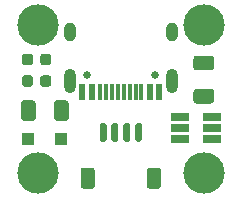
<source format=gts>
G04 #@! TF.GenerationSoftware,KiCad,Pcbnew,(5.1.10-1-10_14)*
G04 #@! TF.CreationDate,2021-11-29T20:50:22+01:00*
G04 #@! TF.ProjectId,Unified-Daughterboard,556e6966-6965-4642-9d44-617567687465,C3*
G04 #@! TF.SameCoordinates,Original*
G04 #@! TF.FileFunction,Soldermask,Top*
G04 #@! TF.FilePolarity,Negative*
%FSLAX46Y46*%
G04 Gerber Fmt 4.6, Leading zero omitted, Abs format (unit mm)*
G04 Created by KiCad (PCBNEW (5.1.10-1-10_14)) date 2021-11-29 20:50:22*
%MOMM*%
%LPD*%
G01*
G04 APERTURE LIST*
%ADD10C,2.600000*%
%ADD11C,3.500000*%
%ADD12O,1.000000X1.600000*%
%ADD13C,0.650000*%
%ADD14O,1.000000X2.100000*%
%ADD15R,0.300000X1.450000*%
%ADD16R,0.600000X1.450000*%
%ADD17R,1.560000X0.650000*%
%ADD18R,1.100000X1.100000*%
G04 APERTURE END LIST*
G36*
G01*
X73202500Y-68268000D02*
X73202500Y-67018000D01*
G75*
G02*
X73352500Y-66868000I150000J0D01*
G01*
X73652500Y-66868000D01*
G75*
G02*
X73802500Y-67018000I0J-150000D01*
G01*
X73802500Y-68268000D01*
G75*
G02*
X73652500Y-68418000I-150000J0D01*
G01*
X73352500Y-68418000D01*
G75*
G02*
X73202500Y-68268000I0J150000D01*
G01*
G37*
G36*
G01*
X74202500Y-68268000D02*
X74202500Y-67018000D01*
G75*
G02*
X74352500Y-66868000I150000J0D01*
G01*
X74652500Y-66868000D01*
G75*
G02*
X74802500Y-67018000I0J-150000D01*
G01*
X74802500Y-68268000D01*
G75*
G02*
X74652500Y-68418000I-150000J0D01*
G01*
X74352500Y-68418000D01*
G75*
G02*
X74202500Y-68268000I0J150000D01*
G01*
G37*
G36*
G01*
X75202500Y-68268000D02*
X75202500Y-67018000D01*
G75*
G02*
X75352500Y-66868000I150000J0D01*
G01*
X75652500Y-66868000D01*
G75*
G02*
X75802500Y-67018000I0J-150000D01*
G01*
X75802500Y-68268000D01*
G75*
G02*
X75652500Y-68418000I-150000J0D01*
G01*
X75352500Y-68418000D01*
G75*
G02*
X75202500Y-68268000I0J150000D01*
G01*
G37*
G36*
G01*
X76202500Y-68268000D02*
X76202500Y-67018000D01*
G75*
G02*
X76352500Y-66868000I150000J0D01*
G01*
X76652500Y-66868000D01*
G75*
G02*
X76802500Y-67018000I0J-150000D01*
G01*
X76802500Y-68268000D01*
G75*
G02*
X76652500Y-68418000I-150000J0D01*
G01*
X76352500Y-68418000D01*
G75*
G02*
X76202500Y-68268000I0J150000D01*
G01*
G37*
G36*
G01*
X71602500Y-72168001D02*
X71602500Y-70867999D01*
G75*
G02*
X71852499Y-70618000I249999J0D01*
G01*
X72552501Y-70618000D01*
G75*
G02*
X72802500Y-70867999I0J-249999D01*
G01*
X72802500Y-72168001D01*
G75*
G02*
X72552501Y-72418000I-249999J0D01*
G01*
X71852499Y-72418000D01*
G75*
G02*
X71602500Y-72168001I0J249999D01*
G01*
G37*
G36*
G01*
X77202500Y-72168001D02*
X77202500Y-70867999D01*
G75*
G02*
X77452499Y-70618000I249999J0D01*
G01*
X78152501Y-70618000D01*
G75*
G02*
X78402500Y-70867999I0J-249999D01*
G01*
X78402500Y-72168001D01*
G75*
G02*
X78152501Y-72418000I-249999J0D01*
G01*
X77452499Y-72418000D01*
G75*
G02*
X77202500Y-72168001I0J249999D01*
G01*
G37*
D10*
X82004500Y-71043000D03*
D11*
X82004500Y-71043000D03*
X68004500Y-71043000D03*
D10*
X68004500Y-71043000D03*
D11*
X82004500Y-58543000D03*
X68004500Y-58543000D03*
D10*
X68004500Y-58543000D03*
G36*
G01*
X82652500Y-62393000D02*
X81402500Y-62393000D01*
G75*
G02*
X81152500Y-62143000I0J250000D01*
G01*
X81152500Y-61393000D01*
G75*
G02*
X81402500Y-61143000I250000J0D01*
G01*
X82652500Y-61143000D01*
G75*
G02*
X82902500Y-61393000I0J-250000D01*
G01*
X82902500Y-62143000D01*
G75*
G02*
X82652500Y-62393000I-250000J0D01*
G01*
G37*
G36*
G01*
X82652500Y-65193000D02*
X81402500Y-65193000D01*
G75*
G02*
X81152500Y-64943000I0J250000D01*
G01*
X81152500Y-64193000D01*
G75*
G02*
X81402500Y-63943000I250000J0D01*
G01*
X82652500Y-63943000D01*
G75*
G02*
X82902500Y-64193000I0J-250000D01*
G01*
X82902500Y-64943000D01*
G75*
G02*
X82652500Y-65193000I-250000J0D01*
G01*
G37*
G36*
G01*
X67798125Y-65170500D02*
X67798125Y-66420500D01*
G75*
G02*
X67548125Y-66670500I-250000J0D01*
G01*
X66798125Y-66670500D01*
G75*
G02*
X66548125Y-66420500I0J250000D01*
G01*
X66548125Y-65170500D01*
G75*
G02*
X66798125Y-64920500I250000J0D01*
G01*
X67548125Y-64920500D01*
G75*
G02*
X67798125Y-65170500I0J-250000D01*
G01*
G37*
G36*
G01*
X70598125Y-65170500D02*
X70598125Y-66420500D01*
G75*
G02*
X70348125Y-66670500I-250000J0D01*
G01*
X69598125Y-66670500D01*
G75*
G02*
X69348125Y-66420500I0J250000D01*
G01*
X69348125Y-65170500D01*
G75*
G02*
X69598125Y-64920500I250000J0D01*
G01*
X70348125Y-64920500D01*
G75*
G02*
X70598125Y-65170500I0J-250000D01*
G01*
G37*
D12*
X70677500Y-59143000D03*
D13*
X72107500Y-62793000D03*
D12*
X79317500Y-59143000D03*
D13*
X77887500Y-62793000D03*
D14*
X79317500Y-63323000D03*
X70677500Y-63323000D03*
D15*
X75247500Y-64238000D03*
X73247500Y-64238000D03*
X73747500Y-64238000D03*
X74247500Y-64238000D03*
X74747500Y-64238000D03*
X75747500Y-64238000D03*
X76247500Y-64238000D03*
X76747500Y-64238000D03*
D16*
X71747500Y-64238000D03*
X72547500Y-64238000D03*
X77447500Y-64238000D03*
X78247500Y-64238000D03*
X78247500Y-64238000D03*
X77447500Y-64238000D03*
X72547500Y-64238000D03*
X71747500Y-64238000D03*
D17*
X82702500Y-68218000D03*
X82702500Y-67268000D03*
X82702500Y-66318000D03*
X80002500Y-66318000D03*
X80002500Y-68218000D03*
X80002500Y-67268000D03*
G36*
G01*
X66865000Y-60980500D02*
X67340000Y-60980500D01*
G75*
G02*
X67577500Y-61218000I0J-237500D01*
G01*
X67577500Y-61718000D01*
G75*
G02*
X67340000Y-61955500I-237500J0D01*
G01*
X66865000Y-61955500D01*
G75*
G02*
X66627500Y-61718000I0J237500D01*
G01*
X66627500Y-61218000D01*
G75*
G02*
X66865000Y-60980500I237500J0D01*
G01*
G37*
G36*
G01*
X66865000Y-62805500D02*
X67340000Y-62805500D01*
G75*
G02*
X67577500Y-63043000I0J-237500D01*
G01*
X67577500Y-63543000D01*
G75*
G02*
X67340000Y-63780500I-237500J0D01*
G01*
X66865000Y-63780500D01*
G75*
G02*
X66627500Y-63543000I0J237500D01*
G01*
X66627500Y-63043000D01*
G75*
G02*
X66865000Y-62805500I237500J0D01*
G01*
G37*
G36*
G01*
X68415000Y-62805500D02*
X68890000Y-62805500D01*
G75*
G02*
X69127500Y-63043000I0J-237500D01*
G01*
X69127500Y-63543000D01*
G75*
G02*
X68890000Y-63780500I-237500J0D01*
G01*
X68415000Y-63780500D01*
G75*
G02*
X68177500Y-63543000I0J237500D01*
G01*
X68177500Y-63043000D01*
G75*
G02*
X68415000Y-62805500I237500J0D01*
G01*
G37*
G36*
G01*
X68415000Y-60980500D02*
X68890000Y-60980500D01*
G75*
G02*
X69127500Y-61218000I0J-237500D01*
G01*
X69127500Y-61718000D01*
G75*
G02*
X68890000Y-61955500I-237500J0D01*
G01*
X68415000Y-61955500D01*
G75*
G02*
X68177500Y-61718000I0J237500D01*
G01*
X68177500Y-61218000D01*
G75*
G02*
X68415000Y-60980500I237500J0D01*
G01*
G37*
D18*
X69902500Y-68176750D03*
X67102500Y-68176750D03*
M02*

</source>
